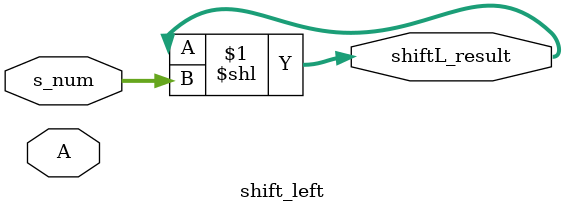
<source format=v>
module shift_left(input [31:0] A, s_num,
                  output [31:0] shiftL_result);

    assign shiftL_result[31:0] = shiftL_result << s_num;         //shifts left n amount of times
endmodule
</source>
